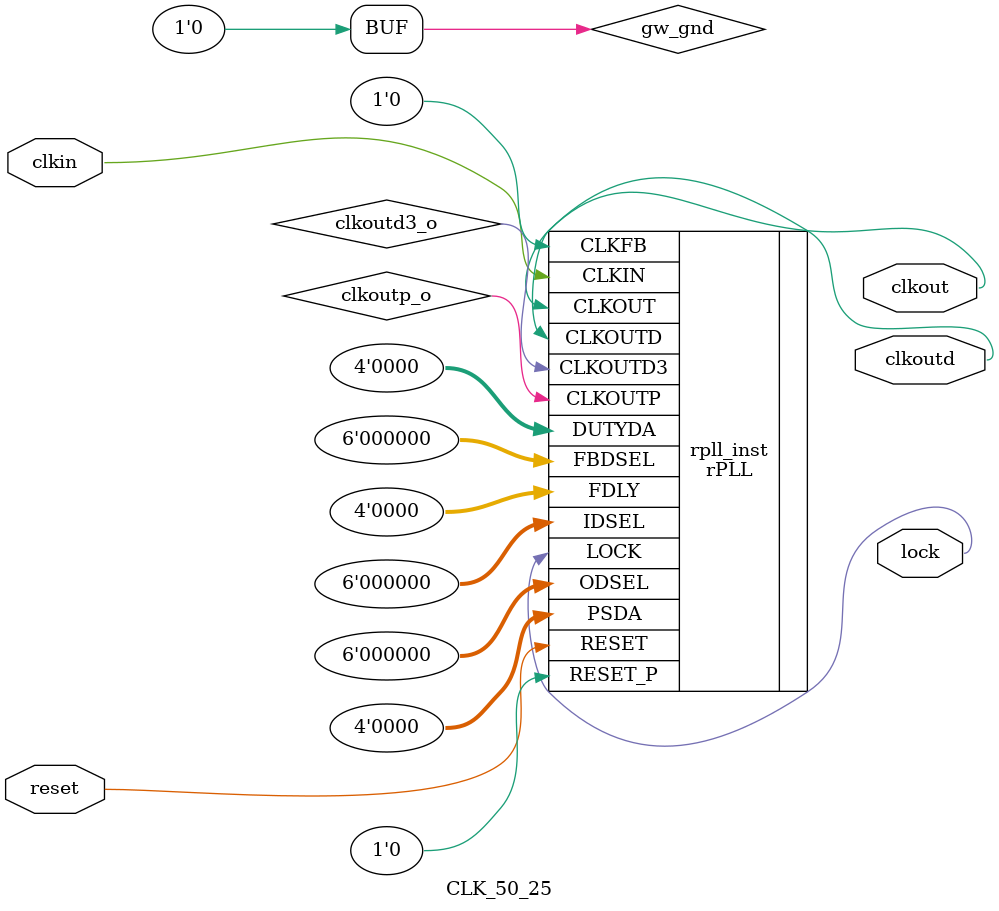
<source format=v>

module CLK_50_25 (clkout, lock, clkoutd, reset, clkin);

output clkout;
output lock;
output clkoutd;
input reset;
input clkin;

wire clkoutp_o;
wire clkoutd3_o;
wire gw_gnd;

assign gw_gnd = 1'b0;

rPLL rpll_inst (
    .CLKOUT(clkout),
    .LOCK(lock),
    .CLKOUTP(clkoutp_o),
    .CLKOUTD(clkoutd),
    .CLKOUTD3(clkoutd3_o),
    .RESET(reset),
    .RESET_P(gw_gnd),
    .CLKIN(clkin),
    .CLKFB(gw_gnd),
    .FBDSEL({gw_gnd,gw_gnd,gw_gnd,gw_gnd,gw_gnd,gw_gnd}),
    .IDSEL({gw_gnd,gw_gnd,gw_gnd,gw_gnd,gw_gnd,gw_gnd}),
    .ODSEL({gw_gnd,gw_gnd,gw_gnd,gw_gnd,gw_gnd,gw_gnd}),
    .PSDA({gw_gnd,gw_gnd,gw_gnd,gw_gnd}),
    .DUTYDA({gw_gnd,gw_gnd,gw_gnd,gw_gnd}),
    .FDLY({gw_gnd,gw_gnd,gw_gnd,gw_gnd})
);

defparam rpll_inst.FCLKIN = "27";
defparam rpll_inst.DYN_IDIV_SEL = "false";
defparam rpll_inst.IDIV_SEL = 6;
defparam rpll_inst.DYN_FBDIV_SEL = "false";
defparam rpll_inst.FBDIV_SEL = 12;
defparam rpll_inst.DYN_ODIV_SEL = "false";
defparam rpll_inst.ODIV_SEL = 8;
defparam rpll_inst.PSDA_SEL = "0000";
defparam rpll_inst.DYN_DA_EN = "true";
defparam rpll_inst.DUTYDA_SEL = "1000";
defparam rpll_inst.CLKOUT_FT_DIR = 1'b1;
defparam rpll_inst.CLKOUTP_FT_DIR = 1'b1;
defparam rpll_inst.CLKOUT_DLY_STEP = 0;
defparam rpll_inst.CLKOUTP_DLY_STEP = 0;
defparam rpll_inst.CLKFB_SEL = "internal";
defparam rpll_inst.CLKOUT_BYPASS = "false";
defparam rpll_inst.CLKOUTP_BYPASS = "false";
defparam rpll_inst.CLKOUTD_BYPASS = "false";
defparam rpll_inst.DYN_SDIV_SEL = 2;
defparam rpll_inst.CLKOUTD_SRC = "CLKOUT";
defparam rpll_inst.CLKOUTD3_SRC = "CLKOUT";
defparam rpll_inst.DEVICE = "GW1NR-9C";

endmodule //CLK_50_25

</source>
